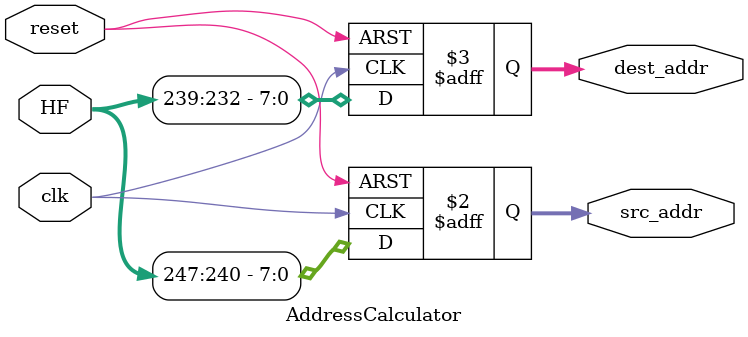
<source format=v>
module AddressCalculator (
    input wire [255:0] HF,            // 256-bit Head Flit
    input wire clk,                   // Main clock signal
    input wire reset,                 // Reset signal
    output reg [7:0] src_addr,        // Source address output
    output reg [7:0] dest_addr        // Destination address output
);

    always @(posedge clk or posedge reset) begin
        if (reset) begin
            src_addr <= 8'b0;
            dest_addr <= 8'b0;
        end else begin
            src_addr <= HF[247:240];
            dest_addr <= HF[239:232];
        end
    end
endmodule

</source>
